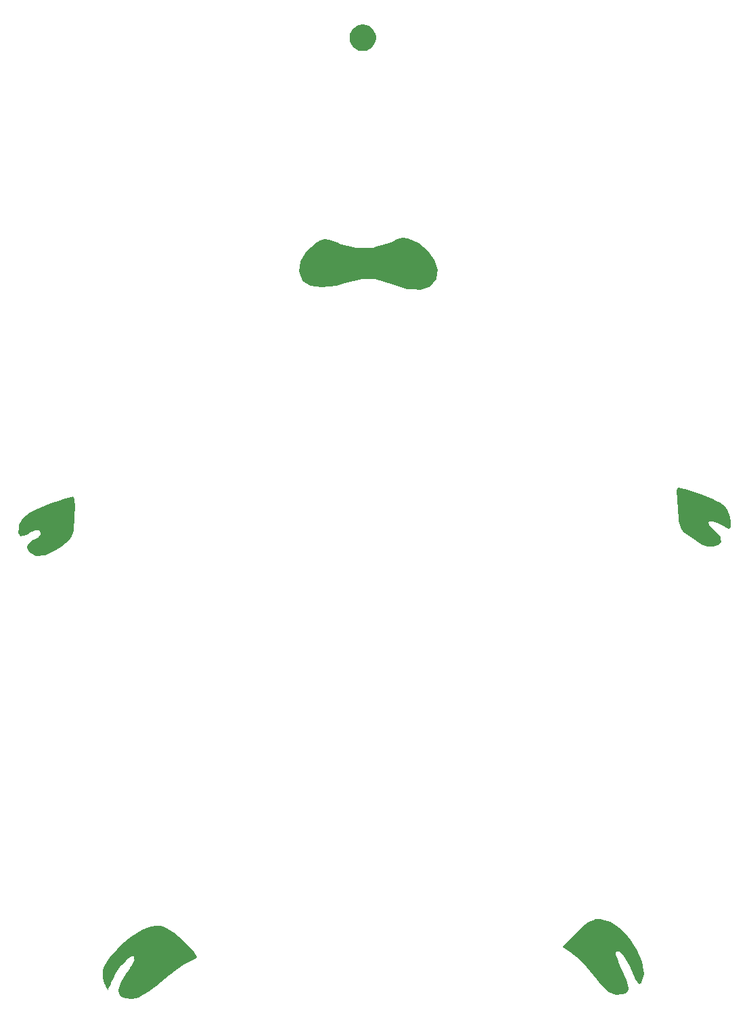
<source format=gbr>
G04 #@! TF.GenerationSoftware,KiCad,Pcbnew,(5.1.2)-1*
G04 #@! TF.CreationDate,2023-11-06T09:23:23+09:00*
G04 #@! TF.ProjectId,gopher_m5stack,676f7068-6572-45f6-9d35-737461636b2e,rev?*
G04 #@! TF.SameCoordinates,Original*
G04 #@! TF.FileFunction,Soldermask,Top*
G04 #@! TF.FilePolarity,Negative*
%FSLAX46Y46*%
G04 Gerber Fmt 4.6, Leading zero omitted, Abs format (unit mm)*
G04 Created by KiCad (PCBNEW (5.1.2)-1) date 2023-11-06 09:23:23*
%MOMM*%
%LPD*%
G04 APERTURE LIST*
%ADD10C,0.100000*%
G04 APERTURE END LIST*
D10*
G36*
X91667725Y-169970914D02*
G01*
X91667726Y-169970914D01*
X92402706Y-170033200D01*
X92402709Y-170033201D01*
X92411550Y-170033950D01*
X92419829Y-170037144D01*
X92419832Y-170037145D01*
X92819854Y-170191485D01*
X93218000Y-170345100D01*
X94043500Y-170865800D01*
X95237300Y-171856400D01*
X95239531Y-171858672D01*
X95239535Y-171858676D01*
X95922106Y-172553887D01*
X95922118Y-172553900D01*
X95923100Y-172554900D01*
X95924046Y-172555955D01*
X95924059Y-172555969D01*
X96577916Y-173285271D01*
X96577918Y-173285274D01*
X96583500Y-173291500D01*
X96587238Y-173298976D01*
X96587240Y-173298979D01*
X96880420Y-173885340D01*
X96901000Y-173926500D01*
X96621600Y-174180500D01*
X96618517Y-174181923D01*
X96618515Y-174181924D01*
X96291559Y-174332827D01*
X95801120Y-174559183D01*
X95791302Y-174564253D01*
X95145117Y-174935015D01*
X95027076Y-175002743D01*
X95016101Y-175009827D01*
X94109362Y-175664694D01*
X94104707Y-175668226D01*
X93716143Y-175977638D01*
X93421869Y-176211967D01*
X93420580Y-176213007D01*
X92443643Y-177012320D01*
X92443300Y-177012600D01*
X91821000Y-177507900D01*
X91820847Y-177508020D01*
X91820777Y-177508075D01*
X91326803Y-177894663D01*
X91236800Y-177965100D01*
X90881200Y-178244500D01*
X90285135Y-178586921D01*
X90283513Y-178587869D01*
X90135075Y-178676300D01*
X89695003Y-178938471D01*
X89695000Y-178938472D01*
X89687400Y-178943000D01*
X89678836Y-178945229D01*
X88766237Y-179182755D01*
X88766235Y-179182755D01*
X88760300Y-179184300D01*
X88755308Y-179183786D01*
X88755302Y-179183786D01*
X87902807Y-179096029D01*
X87902804Y-179096028D01*
X87896700Y-179095400D01*
X87892324Y-179093260D01*
X87892320Y-179093259D01*
X87330721Y-178818699D01*
X87325200Y-178816000D01*
X87273732Y-178676300D01*
X87115478Y-178246754D01*
X87058500Y-178092100D01*
X87388700Y-177012600D01*
X88048840Y-176009695D01*
X88049375Y-176008875D01*
X88328500Y-175577500D01*
X88528278Y-175302805D01*
X88534668Y-175293101D01*
X88772148Y-174893134D01*
X88773816Y-174890237D01*
X89060740Y-174376165D01*
X89070528Y-174353701D01*
X89075745Y-174329759D01*
X89076504Y-174310619D01*
X89069968Y-174134138D01*
X89065100Y-174002700D01*
X89065100Y-173909726D01*
X89062698Y-173885340D01*
X89055585Y-173861891D01*
X89044034Y-173840280D01*
X89028489Y-173821338D01*
X89009547Y-173805793D01*
X88987936Y-173794242D01*
X88957779Y-173785983D01*
X88832262Y-173768052D01*
X88807781Y-173766981D01*
X88783562Y-173770707D01*
X88760535Y-173779086D01*
X88746301Y-173787095D01*
X88214169Y-174134138D01*
X88191169Y-174153444D01*
X87982817Y-174376165D01*
X87494269Y-174898406D01*
X87471057Y-174923218D01*
X87459757Y-174937188D01*
X86771324Y-175926027D01*
X86762490Y-175940790D01*
X86385400Y-176682400D01*
X86275042Y-176892081D01*
X86259915Y-176920821D01*
X86257035Y-176926657D01*
X86183907Y-177085101D01*
X86180737Y-177092605D01*
X86118700Y-177253900D01*
X86029800Y-177469800D01*
X86029707Y-177470022D01*
X86029657Y-177470141D01*
X85928366Y-177710707D01*
X85928024Y-177711528D01*
X85839300Y-177927000D01*
X85775800Y-178079400D01*
X85696287Y-177927000D01*
X85623496Y-177787485D01*
X85623452Y-177787400D01*
X85623400Y-177787300D01*
X85585619Y-177713455D01*
X85346466Y-177246020D01*
X85344000Y-177241200D01*
X85128100Y-176542700D01*
X85134991Y-175977638D01*
X85140725Y-175507433D01*
X85140725Y-175507431D01*
X85140800Y-175501300D01*
X85369400Y-174904400D01*
X85982928Y-174002700D01*
X86204859Y-173676528D01*
X86204861Y-173676526D01*
X86207600Y-173672500D01*
X86878215Y-172957177D01*
X87347838Y-172456246D01*
X87347839Y-172456245D01*
X87350600Y-172453300D01*
X88375080Y-171610737D01*
X88705666Y-171338853D01*
X88705668Y-171338852D01*
X88709500Y-171335700D01*
X90055700Y-170548300D01*
X90059431Y-170546726D01*
X90059439Y-170546722D01*
X90865295Y-170206752D01*
X90865297Y-170206751D01*
X90868500Y-170205400D01*
X91662250Y-169970450D01*
X91667725Y-169970914D01*
X91667725Y-169970914D01*
G37*
G36*
X148264722Y-169410138D02*
G01*
X148647587Y-169517935D01*
X148647589Y-169517936D01*
X148653500Y-169519600D01*
X148657067Y-169522093D01*
X148657068Y-169522094D01*
X149144492Y-169862818D01*
X149961600Y-170434000D01*
X149965869Y-170438461D01*
X150849345Y-171361643D01*
X151091900Y-171615100D01*
X151095158Y-171620179D01*
X151095159Y-171620180D01*
X151451279Y-172175308D01*
X151955500Y-172961300D01*
X152641300Y-174523400D01*
X152642455Y-174532178D01*
X152779998Y-175577500D01*
X152831800Y-175971200D01*
X152829951Y-175977636D01*
X152829951Y-175977638D01*
X152510788Y-177088800D01*
X152488900Y-177165000D01*
X152484103Y-177167777D01*
X152484099Y-177167780D01*
X152252919Y-177301621D01*
X152252916Y-177301623D01*
X152247600Y-177304700D01*
X152203895Y-177253190D01*
X151897499Y-176892081D01*
X151892000Y-176885600D01*
X151888441Y-176877881D01*
X150992704Y-174935015D01*
X150987420Y-174924816D01*
X150338124Y-173801034D01*
X150318280Y-173775180D01*
X149795011Y-173251911D01*
X149776069Y-173236366D01*
X149754458Y-173224815D01*
X149731009Y-173217702D01*
X149706623Y-173215300D01*
X149442996Y-173215300D01*
X149418610Y-173217702D01*
X149395161Y-173224815D01*
X149373550Y-173236366D01*
X149354608Y-173251911D01*
X149339063Y-173270853D01*
X149327512Y-173292464D01*
X149320399Y-173315913D01*
X149318062Y-173344329D01*
X149325945Y-173588709D01*
X149329132Y-173613005D01*
X149333640Y-173628033D01*
X149536448Y-174176368D01*
X149668403Y-174533134D01*
X149670748Y-174539011D01*
X150088379Y-175513484D01*
X150088837Y-175514538D01*
X150647400Y-176784000D01*
X150648419Y-176787235D01*
X150648423Y-176787245D01*
X150868370Y-177485338D01*
X150939500Y-177711100D01*
X150938729Y-177714760D01*
X150938729Y-177714763D01*
X150886026Y-177965100D01*
X150837900Y-178193700D01*
X150831056Y-178199322D01*
X150831054Y-178199324D01*
X150776057Y-178244500D01*
X150482300Y-178485800D01*
X150475759Y-178487640D01*
X150475758Y-178487640D01*
X150081206Y-178598608D01*
X150081203Y-178598609D01*
X150075900Y-178600100D01*
X149301200Y-178676300D01*
X148463000Y-178333400D01*
X147574000Y-177482500D01*
X146596100Y-176263300D01*
X146554798Y-176211967D01*
X145711333Y-175163661D01*
X145702332Y-175153632D01*
X144644965Y-174096265D01*
X144635167Y-174087450D01*
X144043611Y-173609171D01*
X144043107Y-173608766D01*
X143790915Y-173407012D01*
X143787859Y-173404644D01*
X143640791Y-173294343D01*
X143633002Y-173288951D01*
X143550516Y-173236366D01*
X143151476Y-172981979D01*
X142626176Y-172647100D01*
X142626174Y-172647098D01*
X142621000Y-172643800D01*
X143089492Y-172175308D01*
X143092295Y-172172412D01*
X143852391Y-171361643D01*
X143852900Y-171361100D01*
X144538700Y-170662600D01*
X144830800Y-170395900D01*
X145528928Y-169862784D01*
X145529762Y-169862141D01*
X145872200Y-169595800D01*
X146029469Y-169520795D01*
X146692156Y-169204744D01*
X146692157Y-169204744D01*
X146697700Y-169202100D01*
X147345400Y-169151300D01*
X148264722Y-169410138D01*
X148264722Y-169410138D01*
G37*
G36*
X81546700Y-116687600D02*
G01*
X81622900Y-117576600D01*
X81622872Y-117579580D01*
X81622872Y-117579584D01*
X81610735Y-118864584D01*
X81610200Y-118921163D01*
X81495900Y-120573800D01*
X81375250Y-120942100D01*
X81270826Y-121260870D01*
X81254600Y-121310400D01*
X81051104Y-121557895D01*
X80812611Y-121847955D01*
X80784700Y-121881900D01*
X80779977Y-121885777D01*
X80779974Y-121885780D01*
X80262278Y-122310754D01*
X79933800Y-122580400D01*
X79271796Y-123050300D01*
X77901800Y-123685300D01*
X77896081Y-123685611D01*
X77896080Y-123685611D01*
X76739534Y-123748467D01*
X76739530Y-123748467D01*
X76733400Y-123748800D01*
X76727973Y-123745540D01*
X76727970Y-123745538D01*
X75911556Y-123255024D01*
X75911551Y-123255020D01*
X75906296Y-123251863D01*
X75628500Y-122732800D01*
X75679542Y-122618564D01*
X75892692Y-122141513D01*
X75892692Y-122141512D01*
X75895200Y-122135900D01*
X76212700Y-121843800D01*
X76217228Y-121841936D01*
X76217231Y-121841934D01*
X76857191Y-121578421D01*
X76857197Y-121578419D01*
X76860400Y-121577100D01*
X77036037Y-121526701D01*
X77058814Y-121517666D01*
X77079391Y-121504361D01*
X77096978Y-121487298D01*
X77112233Y-121464655D01*
X77126832Y-121436848D01*
X77331201Y-121047572D01*
X77340410Y-121024864D01*
X77345012Y-121000796D01*
X77344830Y-120976292D01*
X77341089Y-120956459D01*
X77261734Y-120666626D01*
X77252977Y-120643740D01*
X77239924Y-120623001D01*
X77223076Y-120605208D01*
X77203081Y-120591044D01*
X77180706Y-120581053D01*
X77157428Y-120575697D01*
X76746138Y-120521757D01*
X76721649Y-120520968D01*
X76697474Y-120524971D01*
X76671852Y-120534984D01*
X75895355Y-120942019D01*
X75894950Y-120942233D01*
X75706933Y-121041671D01*
X75699402Y-121045996D01*
X75539600Y-121145300D01*
X75530760Y-121147685D01*
X75530757Y-121147686D01*
X75115897Y-121259600D01*
X74839496Y-121334163D01*
X74623924Y-121024864D01*
X74550907Y-120920101D01*
X74550906Y-120920099D01*
X74547396Y-120915063D01*
X74619637Y-120192653D01*
X74648385Y-119905171D01*
X74648385Y-119905169D01*
X74648996Y-119899063D01*
X75118896Y-119060863D01*
X75123160Y-119057366D01*
X75123163Y-119057363D01*
X75995364Y-118342033D01*
X75995365Y-118342033D01*
X76001546Y-118336963D01*
X76008808Y-118333620D01*
X76800585Y-117969151D01*
X76800602Y-117969144D01*
X76801646Y-117968663D01*
X78027196Y-117460663D01*
X78910665Y-117132100D01*
X79562793Y-116889573D01*
X79562803Y-116889570D01*
X79563896Y-116889163D01*
X80369396Y-116623431D01*
X80792421Y-116483876D01*
X80792427Y-116483874D01*
X80795796Y-116482763D01*
X81132514Y-116412797D01*
X81400992Y-116357011D01*
X81400996Y-116357011D01*
X81407000Y-116355763D01*
X81546700Y-116687600D01*
X81546700Y-116687600D01*
G37*
G36*
X157544979Y-115335330D02*
G01*
X157908543Y-115404282D01*
X157908548Y-115404283D01*
X157911800Y-115404900D01*
X157914971Y-115405858D01*
X157914974Y-115405859D01*
X158246796Y-115506135D01*
X159067500Y-115754150D01*
X159068974Y-115754679D01*
X159068990Y-115754684D01*
X160234512Y-116172752D01*
X160235900Y-116173250D01*
X160677536Y-116355763D01*
X161466800Y-116681938D01*
X161480500Y-116687600D01*
X161481933Y-116688279D01*
X161481938Y-116688281D01*
X161962965Y-116916136D01*
X161963100Y-116916200D01*
X162420300Y-117132100D01*
X162423991Y-117134533D01*
X162973971Y-117497019D01*
X162973974Y-117497022D01*
X162979100Y-117500400D01*
X162982839Y-117506232D01*
X162982840Y-117506234D01*
X163292481Y-117989274D01*
X163296600Y-117995700D01*
X163588700Y-118859300D01*
X163589525Y-118864580D01*
X163589526Y-118864584D01*
X163697672Y-119556722D01*
X163715700Y-119672100D01*
X163664900Y-120243600D01*
X163436300Y-120370600D01*
X163430773Y-120367741D01*
X163430770Y-120367740D01*
X162700143Y-119989829D01*
X162699700Y-119989600D01*
X162538781Y-119907178D01*
X162183975Y-119725448D01*
X162173802Y-119720801D01*
X161520919Y-119457137D01*
X161520909Y-119457132D01*
X161518600Y-119456200D01*
X161516604Y-119455202D01*
X161493485Y-119447398D01*
X161462406Y-119444216D01*
X161072402Y-119453286D01*
X161048078Y-119456254D01*
X161024801Y-119463910D01*
X161003465Y-119475961D01*
X160984889Y-119491942D01*
X160969789Y-119511240D01*
X160958743Y-119533114D01*
X160952177Y-119556722D01*
X160950375Y-119582314D01*
X160958177Y-119822220D01*
X160961370Y-119846515D01*
X160969242Y-119869720D01*
X160981489Y-119890944D01*
X160995355Y-119907172D01*
X161404300Y-120310275D01*
X161828600Y-120726200D01*
X161886900Y-120783350D01*
X162420300Y-121348500D01*
X162421326Y-121353833D01*
X162421327Y-121353838D01*
X162464262Y-121577100D01*
X162547300Y-122008900D01*
X162541623Y-122013994D01*
X162541622Y-122013996D01*
X162056571Y-122449298D01*
X162052000Y-122453400D01*
X161556700Y-122618500D01*
X161553383Y-122618564D01*
X161553380Y-122618564D01*
X160974762Y-122629691D01*
X160896300Y-122631200D01*
X160864457Y-122618564D01*
X160101390Y-122315760D01*
X160101386Y-122315758D01*
X160096200Y-122313700D01*
X160091464Y-122310756D01*
X160091460Y-122310754D01*
X158687335Y-121437919D01*
X158686500Y-121437400D01*
X158685700Y-121436867D01*
X158685671Y-121436848D01*
X158421705Y-121260870D01*
X158419800Y-121259600D01*
X158418006Y-121258204D01*
X158417994Y-121258196D01*
X157963286Y-120904534D01*
X157963266Y-120904518D01*
X157962600Y-120904000D01*
X157746700Y-120726200D01*
X157694923Y-120643740D01*
X157407070Y-120185308D01*
X157407069Y-120185307D01*
X157403800Y-120180100D01*
X157333040Y-119846515D01*
X157306373Y-119720801D01*
X157226000Y-119341900D01*
X157073600Y-117602000D01*
X157042964Y-117130211D01*
X157010145Y-116624799D01*
X157010143Y-116624765D01*
X157010100Y-116624100D01*
X156972000Y-115722400D01*
X156997400Y-115303300D01*
X157001110Y-115302505D01*
X157169192Y-115266487D01*
X157169196Y-115266487D01*
X157175200Y-115265200D01*
X157544979Y-115335330D01*
X157544979Y-115335330D01*
G37*
G36*
X123304300Y-84061300D02*
G01*
X123312076Y-84064855D01*
X123312080Y-84064856D01*
X123922396Y-84343858D01*
X124637800Y-84670900D01*
X125844300Y-85648800D01*
X125849307Y-85655953D01*
X125849309Y-85655955D01*
X125870098Y-85685654D01*
X126644400Y-86791800D01*
X126645477Y-86795329D01*
X126645478Y-86795331D01*
X126688901Y-86937578D01*
X127012700Y-87998300D01*
X126911100Y-89115900D01*
X126907397Y-89120544D01*
X126140232Y-90082645D01*
X126140229Y-90082648D01*
X126136400Y-90087450D01*
X124828300Y-90474800D01*
X123992036Y-90436788D01*
X123160051Y-90398971D01*
X123160047Y-90398970D01*
X123151900Y-90398600D01*
X121183400Y-89776300D01*
X120822354Y-89626902D01*
X120807530Y-89621830D01*
X120332405Y-89491913D01*
X119205686Y-89183826D01*
X119172718Y-89179400D01*
X117565579Y-89179400D01*
X117537199Y-89182664D01*
X115482667Y-89661635D01*
X115479495Y-89662419D01*
X114316998Y-89965679D01*
X114316995Y-89965680D01*
X114312700Y-89966800D01*
X114308295Y-89967300D01*
X114308289Y-89967301D01*
X112555913Y-90166152D01*
X112522000Y-90170000D01*
X111150400Y-90017600D01*
X110977392Y-89919082D01*
X110241338Y-89499940D01*
X110241336Y-89499938D01*
X110236000Y-89496900D01*
X110109000Y-89331800D01*
X110105741Y-89323174D01*
X109679369Y-88194543D01*
X109679368Y-88194538D01*
X109677200Y-88188800D01*
X109677675Y-88185440D01*
X109854140Y-86937578D01*
X109854141Y-86937573D01*
X109855000Y-86931500D01*
X109943614Y-86786764D01*
X110613795Y-85692134D01*
X110613798Y-85692130D01*
X110617000Y-85686900D01*
X111912400Y-84607400D01*
X112344200Y-84340700D01*
X112349817Y-84338578D01*
X112349821Y-84338576D01*
X112909957Y-84126969D01*
X112909962Y-84126968D01*
X112915700Y-84124800D01*
X113525300Y-84213700D01*
X113532987Y-84217068D01*
X113532989Y-84217069D01*
X114646520Y-84705021D01*
X114665195Y-84711498D01*
X116785028Y-85263407D01*
X116819330Y-85267408D01*
X119044819Y-85217397D01*
X119079377Y-85211713D01*
X121161908Y-84559354D01*
X121178987Y-84552590D01*
X121953851Y-84177656D01*
X121958100Y-84175600D01*
X122656600Y-83959700D01*
X123304300Y-84061300D01*
X123304300Y-84061300D01*
G37*
G36*
X118030596Y-57380258D02*
G01*
X118136919Y-57401407D01*
X118437382Y-57525863D01*
X118707791Y-57706545D01*
X118937755Y-57936509D01*
X119118437Y-58206918D01*
X119242893Y-58507381D01*
X119306340Y-58826351D01*
X119306340Y-59151569D01*
X119242893Y-59470539D01*
X119118437Y-59771002D01*
X118937755Y-60041411D01*
X118707791Y-60271375D01*
X118437382Y-60452057D01*
X118136919Y-60576513D01*
X118030596Y-60597662D01*
X117817951Y-60639960D01*
X117492729Y-60639960D01*
X117280084Y-60597662D01*
X117173761Y-60576513D01*
X116873298Y-60452057D01*
X116602889Y-60271375D01*
X116372925Y-60041411D01*
X116192243Y-59771002D01*
X116067787Y-59470539D01*
X116004340Y-59151569D01*
X116004340Y-58826351D01*
X116067787Y-58507381D01*
X116192243Y-58206918D01*
X116372925Y-57936509D01*
X116602889Y-57706545D01*
X116873298Y-57525863D01*
X117173761Y-57401407D01*
X117280084Y-57380258D01*
X117492729Y-57337960D01*
X117817951Y-57337960D01*
X118030596Y-57380258D01*
X118030596Y-57380258D01*
G37*
M02*

</source>
